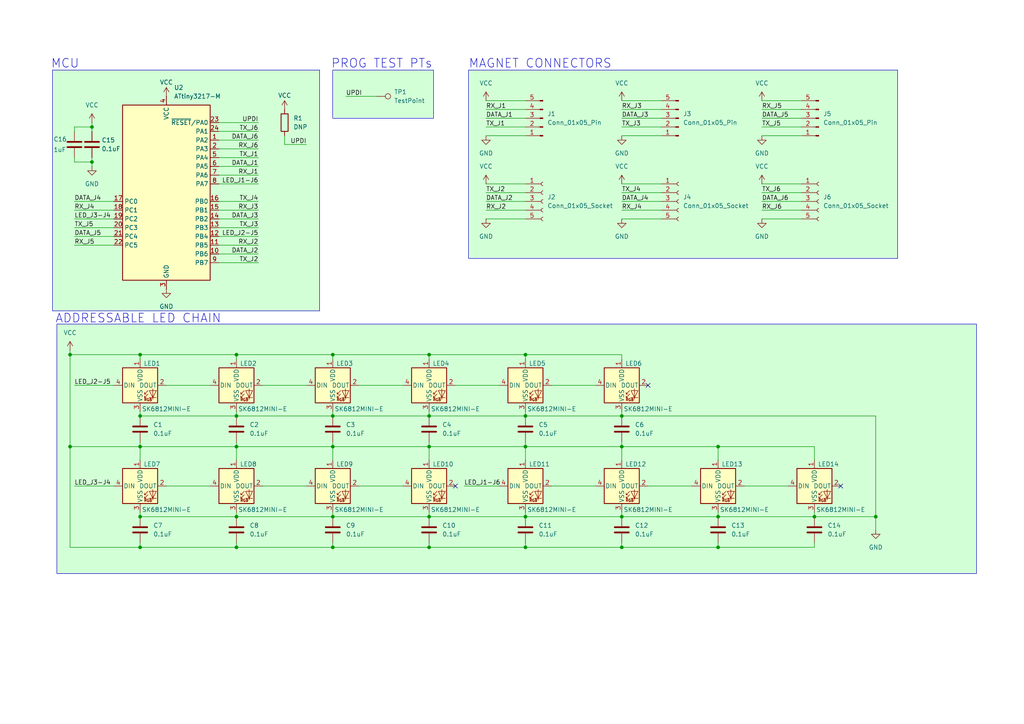
<source format=kicad_sch>
(kicad_sch (version 20231120) (generator "eeschema") (generator_version "8.0")
  (paper "A4")
  (title_block (title "PCB Tile Game") (rev "1.0"))
  (lib_symbols
    (symbol "Connector:Conn_01x05_Pin" (pin_names (offset 1.016) hide)
      (property "Reference" "J" (at 0 7.62 0))
      (property "Value" "Conn_01x05_Pin" (at 0 -7.62 0))
      (symbol "Conn_01x05_Pin_1_1"
        (polyline (pts (xy 1.27 -5.08) (xy 0.8636 -5.08)) (stroke (width 0.1524)))
        (polyline (pts (xy 1.27 -2.54) (xy 0.8636 -2.54)) (stroke (width 0.1524)))
        (polyline (pts (xy 1.27 0) (xy 0.8636 0)) (stroke (width 0.1524)))
        (polyline (pts (xy 1.27 2.54) (xy 0.8636 2.54)) (stroke (width 0.1524)))
        (polyline (pts (xy 1.27 5.08) (xy 0.8636 5.08)) (stroke (width 0.1524)))
        (rectangle (start 0.8636 -4.953) (end 0 -5.207) (stroke (width 0.1524)) (fill (type outline)))
        (rectangle (start 0.8636 -2.413) (end 0 -2.667) (stroke (width 0.1524)) (fill (type outline)))
        (rectangle (start 0.8636 0.127) (end 0 -0.127) (stroke (width 0.1524)) (fill (type outline)))
        (rectangle (start 0.8636 2.667) (end 0 2.413) (stroke (width 0.1524)) (fill (type outline)))
        (rectangle (start 0.8636 5.207) (end 0 4.953) (stroke (width 0.1524)) (fill (type outline)))
        (pin passive line (at 5.08 5.08 180) (length 3.81) (name "Pin_1") (number "1"))
        (pin passive line (at 5.08 2.54 180) (length 3.81) (name "Pin_2") (number "2"))
        (pin passive line (at 5.08 0 180) (length 3.81) (name "Pin_3") (number "3"))
        (pin passive line (at 5.08 -2.54 180) (length 3.81) (name "Pin_4") (number "4"))
        (pin passive line (at 5.08 -5.08 180) (length 3.81) (name "Pin_5") (number "5"))
      )
    )
    (symbol "Connector:Conn_01x05_Socket" (pin_names (offset 1.016) hide)
      (property "Reference" "J" (at 0 7.62 0))
      (property "Value" "Conn_01x05_Socket" (at 0 -7.62 0))
      (symbol "Conn_01x05_Socket_1_1"
        (arc (start 0 -4.572) (mid -0.5058 -5.08) (end 0 -5.588) (stroke (width 0.1524)))
        (arc (start 0 -2.032) (mid -0.5058 -2.54) (end 0 -3.048) (stroke (width 0.1524)))
        (polyline (pts (xy -1.27 -5.08) (xy -0.508 -5.08)) (stroke (width 0.1524)))
        (polyline (pts (xy -1.27 -2.54) (xy -0.508 -2.54)) (stroke (width 0.1524)))
        (polyline (pts (xy -1.27 0) (xy -0.508 0)) (stroke (width 0.1524)))
        (polyline (pts (xy -1.27 2.54) (xy -0.508 2.54)) (stroke (width 0.1524)))
        (polyline (pts (xy -1.27 5.08) (xy -0.508 5.08)) (stroke (width 0.1524)))
        (arc (start 0 0.508) (mid -0.5058 0) (end 0 -0.508) (stroke (width 0.1524)))
        (arc (start 0 3.048) (mid -0.5058 2.54) (end 0 2.032) (stroke (width 0.1524)))
        (arc (start 0 5.588) (mid -0.5058 5.08) (end 0 4.572) (stroke (width 0.1524)))
        (pin passive line (at -5.08 5.08 0) (length 3.81) (name "Pin_1") (number "1"))
        (pin passive line (at -5.08 2.54 0) (length 3.81) (name "Pin_2") (number "2"))
        (pin passive line (at -5.08 0 0) (length 3.81) (name "Pin_3") (number "3"))
        (pin passive line (at -5.08 -2.54 0) (length 3.81) (name "Pin_4") (number "4"))
        (pin passive line (at -5.08 -5.08 0) (length 3.81) (name "Pin_5") (number "5"))
      )
    )
    (symbol "Connector:TestPoint" (pin_numbers hide) (pin_names (offset 0.762) hide)
      (property "Reference" "TP" (at 0 6.858 0))
      (property "Value" "TestPoint" (at 0 5.08 0))
      (symbol "TestPoint_0_1"
        (circle (center 0 3.302) (radius 0.762))
      )
      (symbol "TestPoint_1_1"
        (pin passive line (at 0 0 90) (length 2.54) (name "1") (number "1"))
      )
    )
    (symbol "Device:C" (pin_numbers hide) (pin_names (offset 0.254))
      (property "Reference" "C" (at 0.635 2.54 0))
      (property "Value" "C" (at 0.635 -2.54 0))
      (symbol "C_0_1"
        (polyline (pts (xy -2.032 -0.762) (xy 2.032 -0.762)) (stroke (width 0.508)))
        (polyline (pts (xy -2.032 0.762) (xy 2.032 0.762)) (stroke (width 0.508)))
      )
      (symbol "C_1_1"
        (pin passive line (at 0 3.81 270) (length 2.794) (name "~") (number "1"))
        (pin passive line (at 0 -3.81 90) (length 2.794) (name "~") (number "2"))
      )
    )
    (symbol "Device:R" (pin_numbers hide) (pin_names (offset 0))
      (property "Reference" "R" (at 2.032 0 90))
      (property "Value" "R" (at 0 0 90))
      (symbol "R_0_1"
        (rectangle (start -1.016 -2.54) (end 1.016 2.54) (stroke (width 0.254)))
      )
      (symbol "R_1_1"
        (pin passive line (at 0 3.81 270) (length 1.27) (name "~") (number "1"))
        (pin passive line (at 0 -3.81 90) (length 1.27) (name "~") (number "2"))
      )
    )
    (symbol "MCU_Microchip_ATtiny:ATtiny3217-M"
      (property "Reference" "U" (at -12.7 26.67 0))
      (property "Value" "ATtiny3217-M" (at 2.54 -26.67 0))
      (symbol "ATtiny3217-M_0_1"
        (rectangle (start -12.7 -25.4) (end 12.7 25.4) (stroke (width 0.254)) (fill (type background)))
      )
      (symbol "ATtiny3217-M_1_1"
        (pin bidirectional line (at 15.24 15.24 180) (length 2.54) (name "PA2") (number "1"))
        (pin bidirectional line (at 15.24 -17.78 180) (length 2.54) (name "PB6") (number "10"))
        (pin bidirectional line (at 15.24 -15.24 180) (length 2.54) (name "PB5") (number "11"))
        (pin bidirectional line (at 15.24 -12.7 180) (length 2.54) (name "PB4") (number "12"))
        (pin bidirectional line (at 15.24 -10.16 180) (length 2.54) (name "PB3") (number "13"))
        (pin bidirectional line (at 15.24 -7.62 180) (length 2.54) (name "PB2") (number "14"))
        (pin bidirectional line (at 15.24 -5.08 180) (length 2.54) (name "PB1") (number "15"))
        (pin bidirectional line (at 15.24 -2.54 180) (length 2.54) (name "PB0") (number "16"))
        (pin bidirectional line (at -15.24 -2.54 0) (length 2.54) (name "PC0") (number "17"))
        (pin bidirectional line (at -15.24 -5.08 0) (length 2.54) (name "PC1") (number "18"))
        (pin bidirectional line (at -15.24 -7.62 0) (length 2.54) (name "PC2") (number "19"))
        (pin bidirectional line (at 15.24 12.7 180) (length 2.54) (name "PA3") (number "2"))
        (pin bidirectional line (at -15.24 -10.16 0) (length 2.54) (name "PC3") (number "20"))
        (pin bidirectional line (at -15.24 -12.7 0) (length 2.54) (name "PC4") (number "21"))
        (pin bidirectional line (at -15.24 -15.24 0) (length 2.54) (name "PC5") (number "22"))
        (pin bidirectional line (at 15.24 20.32 180) (length 2.54) (name "~{RESET}/PA0") (number "23"))
        (pin bidirectional line (at 15.24 17.78 180) (length 2.54) (name "PA1") (number "24"))
        (pin passive line (at 0 -27.94 90) (length 2.54) hide (name "GND") (number "25"))
        (pin power_in line (at 0 -27.94 90) (length 2.54) (name "GND") (number "3"))
        (pin power_in line (at 0 27.94 270) (length 2.54) (name "VCC") (number "4"))
        (pin bidirectional line (at 15.24 10.16 180) (length 2.54) (name "PA4") (number "5"))
        (pin bidirectional line (at 15.24 7.62 180) (length 2.54) (name "PA5") (number "6"))
        (pin bidirectional line (at 15.24 5.08 180) (length 2.54) (name "PA6") (number "7"))
        (pin bidirectional line (at 15.24 2.54 180) (length 2.54) (name "PA7") (number "8"))
        (pin bidirectional line (at 15.24 -20.32 180) (length 2.54) (name "PB7") (number "9"))
      )
    )
    (symbol "gupboard40-rescue:SK6812MINI-E-kicad-keyboard-parts" (pin_names (offset 0.254))
      (property "Reference" "D" (at 5.08 5.715 0))
      (property "Value" "kicad-keyboard-parts_SK6812MINI-E" (at 1.27 -5.715 0))
      (symbol "SK6812MINI-E-kicad-keyboard-parts_0_0"
        (text "RGB" (at 2.286 -4.191 0) (effects (font (size 0.762 0.762))))
      )
      (symbol "SK6812MINI-E-kicad-keyboard-parts_0_1"
        (polyline (pts (xy 1.27 -3.556) (xy 1.778 -3.556)))
        (polyline (pts (xy 1.27 -2.54) (xy 1.778 -2.54)))
        (polyline (pts (xy 4.699 -3.556) (xy 2.667 -3.556)))
        (polyline (pts (xy 2.286 -2.54) (xy 1.27 -3.556) (xy 1.27 -3.048)))
        (polyline (pts (xy 2.286 -1.524) (xy 1.27 -2.54) (xy 1.27 -2.032)))
        (polyline (pts (xy 3.683 -1.016) (xy 3.683 -3.556) (xy 3.683 -4.064)))
        (polyline (pts (xy 4.699 -1.524) (xy 2.667 -1.524) (xy 3.683 -3.556) (xy 4.699 -1.524)))
        (rectangle (start 5.08 5.08) (end -5.08 -5.08) (stroke (width 0.254)) (fill (type background)))
      )
      (symbol "SK6812MINI-E-kicad-keyboard-parts_1_1"
        (pin power_in line (at 0 7.62 270) (length 2.54) (name "VDD") (number "1"))
        (pin output line (at 7.62 0 180) (length 2.54) (name "DOUT") (number "2"))
        (pin power_in line (at 0 -7.62 90) (length 2.54) (name "VSS") (number "3"))
        (pin input line (at -7.62 0 0) (length 2.54) (name "DIN") (number "4"))
      )
    )
    (symbol "power:GND" (power) (pin_numbers hide) (pin_names (offset 0) hide)
      (property "Value" "GND" (at 0 -3.81 0))
      (symbol "GND_0_1"
        (polyline (pts (xy 0 0) (xy 0 -1.27) (xy 1.27 -1.27) (xy 0 -2.54) (xy -1.27 -1.27) (xy 0 -1.27)))
      )
      (symbol "GND_1_1"
        (pin power_in line (at 0 0 270) (length 0) (name "~") (number "1"))
      )
    )
    (symbol "power:VCC" (power) (pin_numbers hide) (pin_names (offset 0) hide)
      (property "Value" "VCC" (at 0 3.556 0))
      (symbol "VCC_0_1"
        (polyline (pts (xy -0.762 1.27) (xy 0 2.54)))
        (polyline (pts (xy 0 0) (xy 0 2.54)))
        (polyline (pts (xy 0 2.54) (xy 0.762 1.27)))
      )
      (symbol "VCC_1_1"
        (pin power_in line (at 0 0 90) (length 0) (name "~") (number "1"))
      )
    )
  )
  (junction (at 124.46 102.87))
  (junction (at 40.64 102.87))
  (junction (at 152.4 158.75))
  (junction (at 152.4 102.87))
  (junction (at 152.4 120.65))
  (junction (at 26.67 46.99))
  (junction (at 68.58 129.54))
  (junction (at 96.52 158.75))
  (junction (at 68.58 158.75))
  (junction (at 180.34 149.86))
  (junction (at 208.28 158.75))
  (junction (at 96.52 149.86))
  (junction (at 40.64 149.86))
  (junction (at 124.46 129.54))
  (junction (at 124.46 158.75))
  (junction (at 68.58 102.87))
  (junction (at 96.52 102.87))
  (junction (at 20.32 129.54))
  (junction (at 40.64 129.54))
  (junction (at 68.58 149.86))
  (junction (at 236.22 149.86))
  (junction (at 40.64 120.65))
  (junction (at 124.46 120.65))
  (junction (at 20.32 102.87))
  (junction (at 96.52 120.65))
  (junction (at 96.52 129.54))
  (junction (at 180.34 120.65))
  (junction (at 180.34 129.54))
  (junction (at 208.28 129.54))
  (junction (at 124.46 149.86))
  (junction (at 254 149.86))
  (junction (at 26.67 36.83))
  (junction (at 152.4 149.86))
  (junction (at 68.58 120.65))
  (junction (at 208.28 149.86))
  (junction (at 40.64 158.75))
  (junction (at 152.4 129.54))
  (junction (at 180.34 158.75))
  (no_connect (at 187.96 111.76))
  (no_connect (at 243.84 140.97))
  (no_connect (at 132.08 140.97))
  (wire (pts (xy 208.28 129.54) (xy 208.28 133.35)))
  (wire (pts (xy 40.64 129.54) (xy 68.58 129.54)))
  (wire (pts (xy 40.64 102.87) (xy 68.58 102.87)))
  (wire (pts (xy 180.34 34.29) (xy 191.77 34.29)))
  (wire (pts (xy 26.67 48.26) (xy 26.67 46.99)))
  (wire (pts (xy 68.58 119.38) (xy 68.58 120.65)))
  (wire (pts (xy 63.5 63.5) (xy 74.93 63.5)))
  (wire (pts (xy 63.5 40.64) (xy 74.93 40.64)))
  (wire (pts (xy 236.22 148.59) (xy 236.22 149.86)))
  (wire (pts (xy 140.97 36.83) (xy 152.4 36.83)))
  (wire (pts (xy 124.46 119.38) (xy 124.46 120.65)))
  (wire (pts (xy 180.34 102.87) (xy 180.34 104.14)))
  (wire (pts (xy 152.4 158.75) (xy 180.34 158.75)))
  (wire (pts (xy 21.59 66.04) (xy 33.02 66.04)))
  (wire (pts (xy 124.46 102.87) (xy 152.4 102.87)))
  (wire (pts (xy 40.64 120.65) (xy 68.58 120.65)))
  (wire (pts (xy 208.28 148.59) (xy 208.28 149.86)))
  (wire (pts (xy 20.32 102.87) (xy 40.64 102.87)))
  (wire (pts (xy 63.5 53.34) (xy 74.93 53.34)))
  (wire (pts (xy 21.59 63.5) (xy 33.02 63.5)))
  (wire (pts (xy 124.46 128.27) (xy 124.46 129.54)))
  (wire (pts (xy 20.32 158.75) (xy 20.32 129.54)))
  (wire (pts (xy 63.5 58.42) (xy 74.93 58.42)))
  (wire (pts (xy 68.58 129.54) (xy 96.52 129.54)))
  (wire (pts (xy 40.64 120.65) (xy 40.64 119.38)))
  (wire (pts (xy 63.5 43.18) (xy 74.93 43.18)))
  (wire (pts (xy 63.5 60.96) (xy 74.93 60.96)))
  (wire (pts (xy 21.59 36.83) (xy 21.59 38.1)))
  (wire (pts (xy 96.52 129.54) (xy 124.46 129.54)))
  (wire (pts (xy 140.97 53.34) (xy 152.4 53.34)))
  (wire (pts (xy 40.64 148.59) (xy 40.64 149.86)))
  (wire (pts (xy 63.5 48.26) (xy 74.93 48.26)))
  (wire (pts (xy 40.64 129.54) (xy 40.64 133.35)))
  (wire (pts (xy 124.46 129.54) (xy 152.4 129.54)))
  (wire (pts (xy 63.5 45.72) (xy 74.93 45.72)))
  (wire (pts (xy 180.34 120.65) (xy 254 120.65)))
  (wire (pts (xy 152.4 149.86) (xy 180.34 149.86)))
  (wire (pts (xy 236.22 158.75) (xy 236.22 157.48)))
  (wire (pts (xy 96.52 158.75) (xy 124.46 158.75)))
  (wire (pts (xy 152.4 120.65) (xy 180.34 120.65)))
  (wire (pts (xy 63.5 73.66) (xy 74.93 73.66)))
  (wire (pts (xy 21.59 60.96) (xy 33.02 60.96)))
  (wire (pts (xy 96.52 120.65) (xy 124.46 120.65)))
  (wire (pts (xy 208.28 149.86) (xy 236.22 149.86)))
  (wire (pts (xy 124.46 148.59) (xy 124.46 149.86)))
  (wire (pts (xy 220.98 34.29) (xy 232.41 34.29)))
  (wire (pts (xy 140.97 31.75) (xy 152.4 31.75)))
  (wire (pts (xy 140.97 55.88) (xy 152.4 55.88)))
  (wire (pts (xy 40.64 158.75) (xy 68.58 158.75)))
  (wire (pts (xy 124.46 129.54) (xy 124.46 133.35)))
  (wire (pts (xy 180.34 36.83) (xy 191.77 36.83)))
  (wire (pts (xy 21.59 71.12) (xy 33.02 71.12)))
  (wire (pts (xy 21.59 36.83) (xy 26.67 36.83)))
  (wire (pts (xy 96.52 102.87) (xy 96.52 104.14)))
  (wire (pts (xy 76.2 140.97) (xy 88.9 140.97)))
  (wire (pts (xy 160.02 111.76) (xy 172.72 111.76)))
  (wire (pts (xy 26.67 46.99) (xy 21.59 46.99)))
  (wire (pts (xy 100.33 27.94) (xy 109.22 27.94)))
  (wire (pts (xy 180.34 129.54) (xy 180.34 128.27)))
  (wire (pts (xy 124.46 120.65) (xy 152.4 120.65)))
  (wire (pts (xy 180.34 149.86) (xy 208.28 149.86)))
  (wire (pts (xy 124.46 149.86) (xy 152.4 149.86)))
  (wire (pts (xy 40.64 129.54) (xy 20.32 129.54)))
  (wire (pts (xy 26.67 46.99) (xy 26.67 45.72)))
  (wire (pts (xy 63.5 76.2) (xy 74.93 76.2)))
  (wire (pts (xy 220.98 31.75) (xy 232.41 31.75)))
  (wire (pts (xy 68.58 102.87) (xy 68.58 104.14)))
  (wire (pts (xy 68.58 102.87) (xy 96.52 102.87)))
  (wire (pts (xy 160.02 140.97) (xy 172.72 140.97)))
  (wire (pts (xy 124.46 102.87) (xy 124.46 104.14)))
  (wire (pts (xy 21.59 111.76) (xy 33.02 111.76)))
  (wire (pts (xy 152.4 129.54) (xy 180.34 129.54)))
  (wire (pts (xy 220.98 29.21) (xy 232.41 29.21)))
  (wire (pts (xy 104.14 111.76) (xy 116.84 111.76)))
  (wire (pts (xy 21.59 68.58) (xy 33.02 68.58)))
  (wire (pts (xy 68.58 120.65) (xy 96.52 120.65)))
  (wire (pts (xy 134.62 140.97) (xy 144.78 140.97)))
  (wire (pts (xy 68.58 158.75) (xy 68.58 157.48)))
  (wire (pts (xy 40.64 158.75) (xy 40.64 157.48)))
  (wire (pts (xy 96.52 158.75) (xy 96.52 157.48)))
  (wire (pts (xy 208.28 129.54) (xy 236.22 129.54)))
  (wire (pts (xy 76.2 111.76) (xy 88.9 111.76)))
  (wire (pts (xy 140.97 39.37) (xy 152.4 39.37)))
  (wire (pts (xy 48.26 140.97) (xy 60.96 140.97)))
  (wire (pts (xy 140.97 58.42) (xy 152.4 58.42)))
  (wire (pts (xy 21.59 58.42) (xy 33.02 58.42)))
  (wire (pts (xy 180.34 158.75) (xy 208.28 158.75)))
  (wire (pts (xy 180.34 119.38) (xy 180.34 120.65)))
  (wire (pts (xy 96.52 148.59) (xy 96.52 149.86)))
  (wire (pts (xy 20.32 102.87) (xy 20.32 129.54)))
  (wire (pts (xy 180.34 60.96) (xy 191.77 60.96)))
  (wire (pts (xy 254 120.65) (xy 254 149.86)))
  (wire (pts (xy 180.34 63.5) (xy 191.77 63.5)))
  (wire (pts (xy 180.34 129.54) (xy 208.28 129.54)))
  (wire (pts (xy 140.97 60.96) (xy 152.4 60.96)))
  (wire (pts (xy 96.52 129.54) (xy 96.52 133.35)))
  (wire (pts (xy 180.34 39.37) (xy 191.77 39.37)))
  (wire (pts (xy 20.32 102.87) (xy 20.32 101.6)))
  (wire (pts (xy 96.52 128.27) (xy 96.52 129.54)))
  (wire (pts (xy 152.4 158.75) (xy 152.4 157.48)))
  (wire (pts (xy 220.98 63.5) (xy 232.41 63.5)))
  (wire (pts (xy 180.34 53.34) (xy 191.77 53.34)))
  (wire (pts (xy 40.64 158.75) (xy 20.32 158.75)))
  (wire (pts (xy 63.5 68.58) (xy 74.93 68.58)))
  (wire (pts (xy 48.26 111.76) (xy 60.96 111.76)))
  (wire (pts (xy 124.46 158.75) (xy 152.4 158.75)))
  (wire (pts (xy 140.97 34.29) (xy 152.4 34.29)))
  (wire (pts (xy 63.5 71.12) (xy 74.93 71.12)))
  (wire (pts (xy 124.46 158.75) (xy 124.46 157.48)))
  (wire (pts (xy 40.64 128.27) (xy 40.64 129.54)))
  (wire (pts (xy 68.58 149.86) (xy 96.52 149.86)))
  (wire (pts (xy 68.58 128.27) (xy 68.58 129.54)))
  (wire (pts (xy 220.98 36.83) (xy 232.41 36.83)))
  (wire (pts (xy 220.98 53.34) (xy 232.41 53.34)))
  (wire (pts (xy 180.34 31.75) (xy 191.77 31.75)))
  (wire (pts (xy 220.98 60.96) (xy 232.41 60.96)))
  (wire (pts (xy 96.52 149.86) (xy 124.46 149.86)))
  (wire (pts (xy 180.34 129.54) (xy 180.34 133.35)))
  (wire (pts (xy 220.98 39.37) (xy 232.41 39.37)))
  (wire (pts (xy 152.4 148.59) (xy 152.4 149.86)))
  (wire (pts (xy 68.58 129.54) (xy 68.58 133.35)))
  (wire (pts (xy 215.9 140.97) (xy 228.6 140.97)))
  (wire (pts (xy 180.34 148.59) (xy 180.34 149.86)))
  (wire (pts (xy 220.98 58.42) (xy 232.41 58.42)))
  (wire (pts (xy 63.5 35.56) (xy 74.93 35.56)))
  (wire (pts (xy 96.52 102.87) (xy 124.46 102.87)))
  (wire (pts (xy 63.5 66.04) (xy 74.93 66.04)))
  (wire (pts (xy 187.96 140.97) (xy 200.66 140.97)))
  (wire (pts (xy 152.4 119.38) (xy 152.4 120.65)))
  (wire (pts (xy 236.22 149.86) (xy 254 149.86)))
  (wire (pts (xy 152.4 129.54) (xy 152.4 128.27)))
  (wire (pts (xy 40.64 102.87) (xy 40.64 104.14)))
  (wire (pts (xy 236.22 133.35) (xy 236.22 129.54)))
  (wire (pts (xy 152.4 129.54) (xy 152.4 133.35)))
  (wire (pts (xy 26.67 35.56) (xy 26.67 36.83)))
  (wire (pts (xy 68.58 148.59) (xy 68.58 149.86)))
  (wire (pts (xy 96.52 119.38) (xy 96.52 120.65)))
  (wire (pts (xy 180.34 55.88) (xy 191.77 55.88)))
  (wire (pts (xy 63.5 50.8) (xy 74.93 50.8)))
  (wire (pts (xy 180.34 58.42) (xy 191.77 58.42)))
  (wire (pts (xy 74.93 38.1) (xy 63.5 38.1)))
  (wire (pts (xy 40.64 149.86) (xy 68.58 149.86)))
  (wire (pts (xy 21.59 140.97) (xy 33.02 140.97)))
  (wire (pts (xy 208.28 158.75) (xy 236.22 158.75)))
  (wire (pts (xy 82.55 41.91) (xy 82.55 39.37)))
  (wire (pts (xy 220.98 55.88) (xy 232.41 55.88)))
  (wire (pts (xy 68.58 158.75) (xy 96.52 158.75)))
  (wire (pts (xy 88.9 41.91) (xy 82.55 41.91)))
  (wire (pts (xy 180.34 29.21) (xy 191.77 29.21)))
  (wire (pts (xy 152.4 102.87) (xy 180.34 102.87)))
  (wire (pts (xy 21.59 46.99) (xy 21.59 45.72)))
  (wire (pts (xy 26.67 36.83) (xy 26.67 38.1)))
  (wire (pts (xy 132.08 111.76) (xy 144.78 111.76)))
  (wire (pts (xy 104.14 140.97) (xy 116.84 140.97)))
  (wire (pts (xy 180.34 158.75) (xy 180.34 157.48)))
  (wire (pts (xy 254 149.86) (xy 254 153.67)))
  (wire (pts (xy 140.97 63.5) (xy 152.4 63.5)))
  (wire (pts (xy 152.4 102.87) (xy 152.4 104.14)))
  (wire (pts (xy 208.28 158.75) (xy 208.28 157.48)))
  (wire (pts (xy 140.97 29.21) (xy 152.4 29.21)))
  (rectangle (start 16.51 93.98) (end 283.21 166.37) (fill (type color) (color 211 255 215 1)))
  (rectangle (start 15.24 20.32) (end 92.71 90.17) (fill (type color) (color 211 255 215 1)))
  (rectangle (start 135.89 20.32) (end 260.35 74.93) (fill (type color) (color 211 255 215 1)))
  (rectangle (start 96.52 20.32) (end 125.73 34.29) (fill (type color) (color 211 255 215 1)))
  (text "PROG TEST PTs" (at 96.012 18.542 0) (effects (font (size 2.54 2.54)) (justify left)))
  (text "MCU" (at 14.732 18.542 0) (effects (font (size 2.54 2.54)) (justify left)))
  (text "ADDRESSABLE LED CHAIN" (at 16.002 92.456 0) (effects (font (size 2.54 2.54)) (justify left)))
  (text "MAGNET CONNECTORS" (at 135.89 18.542 0) (effects (font (size 2.54 2.54)) (justify left)))
  (label "RX_J1" (at 140.97 31.75 0))
  (label "TX_J5" (at 21.59 66.04 0))
  (label "RX_J3" (at 74.93 60.96 180))
  (label "DATA_J4" (at 21.59 58.42 0))
  (label "TX_J1" (at 74.93 45.72 180))
  (label "UPDI" (at 74.93 35.56 180))
  (label "RX_J6" (at 74.93 43.18 180))
  (label "DATA_J5" (at 220.98 34.29 0))
  (label "LED_J3-J4" (at 21.59 140.97 0))
  (label "TX_J6" (at 74.93 38.1 180))
  (label "DATA_J5" (at 21.59 68.58 0))
  (label "RX_J6" (at 220.98 60.96 0))
  (label "RX_J5" (at 21.59 71.12 0))
  (label "DATA_J1" (at 74.93 48.26 180))
  (label "LED_J1-J6" (at 74.93 53.34 180))
  (label "DATA_J2" (at 74.93 73.66 180))
  (label "UPDI" (at 88.9 41.91 180))
  (label "DATA_J3" (at 180.34 34.29 0))
  (label "DATA_J4" (at 180.34 58.42 0))
  (label "RX_J4" (at 21.59 60.96 0))
  (label "DATA_J1" (at 140.97 34.29 0))
  (label "RX_J2" (at 140.97 60.96 0))
  (label "LED_J1-J6" (at 134.62 140.97 0))
  (label "DATA_J2" (at 140.97 58.42 0))
  (label "LED_J3-J4" (at 21.59 63.5 0))
  (label "RX_J4" (at 180.34 60.96 0))
  (label "DATA_J6" (at 220.98 58.42 0))
  (label "RX_J2" (at 74.93 71.12 180))
  (label "LED_J2-J5" (at 21.59 111.76 0))
  (label "TX_J1" (at 140.97 36.83 0))
  (label "TX_J4" (at 180.34 55.88 0))
  (label "TX_J3" (at 180.34 36.83 0))
  (label "RX_J3" (at 180.34 31.75 0))
  (label "TX_J2" (at 140.97 55.88 0))
  (label "RX_J1" (at 74.93 50.8 180))
  (label "LED_J2-J5" (at 74.93 68.58 180))
  (label "TX_J2" (at 74.93 76.2 180))
  (label "TX_J6" (at 220.98 55.88 0))
  (label "TX_J3" (at 74.93 66.04 180))
  (label "UPDI" (at 100.33 27.94 0))
  (label "DATA_J3" (at 74.93 63.5 180))
  (label "TX_J5" (at 220.98 36.83 0))
  (label "TX_J4" (at 74.93 58.42 180))
  (label "RX_J5" (at 220.98 31.75 0))
  (label "DATA_J6" (at 74.93 40.64 180))
  (symbol (lib_id "Connector:TestPoint") (at 109.22 27.94 270) (unit 1)
    (property "Reference" "TP1" (at 114.3 26.6699 90) (effects (justify left)))
    (property "Value" "TestPoint" (at 114.3 29.2099 90) (effects (justify left)))
    (property "Footprint" "TestPoint:TestPoint_Pad_2.0x2.0mm" (effects (hide yes)))
    (property "Description" "test point" (effects (hide yes)))
  )
  (symbol (lib_id "power:GND") (at 140.97 63.5 0) (unit 1)
    (property "Reference" "#PWR04" (effects (hide yes)))
    (property "Value" "GND" (at 140.97 68.58 0))
    (property "Description" "Power symbol creates a global label with name \"GND\" , ground" (effects (hide yes)))
  )
  (symbol (lib_id "power:VCC") (at 26.67 35.56 0) (unit 1)
    (property "Reference" "#PWR015" (effects (hide yes)))
    (property "Value" "VCC" (at 26.67 30.48 0))
    (property "Description" "Power symbol creates a global label with name \"VCC\"" (effects (hide yes)))
  )
  (symbol (lib_id "power:GND") (at 140.97 39.37 0) (unit 1)
    (property "Reference" "#PWR02" (effects (hide yes)))
    (property "Value" "GND" (at 140.97 44.45 0))
    (property "Description" "Power symbol creates a global label with name \"GND\" , ground" (effects (hide yes)))
  )
  (symbol (lib_id "gupboard40-rescue:SK6812MINI-E-kicad-keyboard-parts") (at 40.64 140.97 0) (unit 1)
    (property "Reference" "LED7" (at 41.656 134.62 0) (effects (justify left)))
    (property "Value" "SK6812MINI-E" (at 41.148 147.828 0) (effects (justify left)))
    (property "Footprint" "kicad-keyboard-parts:SK6812MINI-E" (effects (hide yes)))
    (property "Datasheet" "https://cdn-shop.adafruit.com/product-files/2686/SK6812MINI_REV.01-1-2.pdf" (effects (hide yes)))
    (property "DigiKey Part Number" "1528-4960-ND" (effects (hide yes)))
  )
  (symbol (lib_id "power:VCC") (at 220.98 29.21 0) (unit 1)
    (property "Reference" "#PWR09" (effects (hide yes)))
    (property "Value" "VCC" (at 220.98 24.13 0))
    (property "Description" "Power symbol creates a global label with name \"VCC\"" (effects (hide yes)))
  )
  (symbol (lib_id "Device:C") (at 40.64 124.46 0) (unit 1)
    (property "Reference" "C1" (at 44.45 123.1899 0) (effects (justify left)))
    (property "Value" "0.1uF" (at 44.45 125.7299 0) (effects (justify left)))
    (property "Footprint" "Capacitor_SMD:C_0603_1608Metric_Pad1.08x0.95mm_HandSolder" (effects (hide yes)))
    (property "Description" "Unpolarized capacitor" (effects (hide yes)))
  )
  (symbol (lib_id "power:VCC") (at 180.34 29.21 0) (unit 1)
    (property "Reference" "#PWR05" (effects (hide yes)))
    (property "Value" "VCC" (at 180.34 24.13 0))
    (property "Description" "Power symbol creates a global label with name \"VCC\"" (effects (hide yes)))
  )
  (symbol (lib_id "Device:C") (at 124.46 153.67 0) (unit 1)
    (property "Reference" "C10" (at 128.27 152.3999 0) (effects (justify left)))
    (property "Value" "0.1uF" (at 128.27 154.9399 0) (effects (justify left)))
    (property "Footprint" "Capacitor_SMD:C_0603_1608Metric_Pad1.08x0.95mm_HandSolder" (effects (hide yes)))
    (property "Description" "Unpolarized capacitor" (effects (hide yes)))
  )
  (symbol (lib_id "power:GND") (at 180.34 63.5 0) (unit 1)
    (property "Reference" "#PWR08" (effects (hide yes)))
    (property "Value" "GND" (at 180.34 68.58 0))
    (property "Description" "Power symbol creates a global label with name \"GND\" , ground" (effects (hide yes)))
  )
  (symbol (lib_id "Device:C") (at 40.64 153.67 0) (unit 1)
    (property "Reference" "C7" (at 44.45 152.3999 0) (effects (justify left)))
    (property "Value" "0.1uF" (at 44.45 154.9399 0) (effects (justify left)))
    (property "Footprint" "Capacitor_SMD:C_0603_1608Metric_Pad1.08x0.95mm_HandSolder" (effects (hide yes)))
    (property "Description" "Unpolarized capacitor" (effects (hide yes)))
  )
  (symbol (lib_id "Connector:Conn_01x05_Socket") (at 157.48 58.42 0) (unit 1)
    (property "Reference" "J2" (at 158.75 57.1499 0) (effects (justify left)))
    (property "Value" "Conn_01x05_Socket" (at 158.75 59.6899 0) (effects (justify left)))
    (property "Footprint" "ProjectLibrary:PinSocket_1x05_P2.54mm_Vertical" (effects (hide yes)))
    (property "Description" "Generic connector, single row, 01x05, script generated" (effects (hide yes)))
  )
  (symbol (lib_id "gupboard40-rescue:SK6812MINI-E-kicad-keyboard-parts") (at 96.52 111.76 0) (unit 1)
    (property "Reference" "LED3" (at 97.536 105.41 0) (effects (justify left)))
    (property "Value" "SK6812MINI-E" (at 97.028 118.618 0) (effects (justify left)))
    (property "Footprint" "kicad-keyboard-parts:SK6812MINI-E" (effects (hide yes)))
    (property "Datasheet" "https://cdn-shop.adafruit.com/product-files/2686/SK6812MINI_REV.01-1-2.pdf" (effects (hide yes)))
    (property "DigiKey Part Number" "1528-4960-ND" (effects (hide yes)))
  )
  (symbol (lib_id "Device:C") (at 21.59 41.91 0) (unit 1)
    (property "Reference" "C16" (at 15.494 40.386 0) (effects (justify left)))
    (property "Value" "1uF" (at 15.494 43.434 0) (effects (justify left)))
    (property "Footprint" "Capacitor_SMD:C_0603_1608Metric_Pad1.08x0.95mm_HandSolder" (effects (hide yes)))
    (property "Description" "Unpolarized capacitor" (effects (hide yes)))
  )
  (symbol (lib_id "gupboard40-rescue:SK6812MINI-E-kicad-keyboard-parts") (at 68.58 111.76 0) (unit 1)
    (property "Reference" "LED2" (at 69.596 105.41 0) (effects (justify left)))
    (property "Value" "SK6812MINI-E" (at 69.088 118.618 0) (effects (justify left)))
    (property "Footprint" "kicad-keyboard-parts:SK6812MINI-E" (effects (hide yes)))
    (property "Datasheet" "https://cdn-shop.adafruit.com/product-files/2686/SK6812MINI_REV.01-1-2.pdf" (effects (hide yes)))
    (property "DigiKey Part Number" "1528-4960-ND" (effects (hide yes)))
  )
  (symbol (lib_id "gupboard40-rescue:SK6812MINI-E-kicad-keyboard-parts") (at 180.34 111.76 0) (unit 1)
    (property "Reference" "LED6" (at 181.356 105.41 0) (effects (justify left)))
    (property "Value" "SK6812MINI-E" (at 180.848 118.618 0) (effects (justify left)))
    (property "Footprint" "kicad-keyboard-parts:SK6812MINI-E" (effects (hide yes)))
    (property "Datasheet" "https://cdn-shop.adafruit.com/product-files/2686/SK6812MINI_REV.01-1-2.pdf" (effects (hide yes)))
    (property "DigiKey Part Number" "1528-4960-ND" (effects (hide yes)))
  )
  (symbol (lib_id "power:GND") (at 254 153.67 0) (unit 1)
    (property "Reference" "#PWR019" (effects (hide yes)))
    (property "Value" "GND" (at 254 158.75 0))
    (property "Description" "Power symbol creates a global label with name \"GND\" , ground" (effects (hide yes)))
  )
  (symbol (lib_id "power:GND") (at 220.98 63.5 0) (unit 1)
    (property "Reference" "#PWR012" (effects (hide yes)))
    (property "Value" "GND" (at 220.98 68.58 0))
    (property "Description" "Power symbol creates a global label with name \"GND\" , ground" (effects (hide yes)))
  )
  (symbol (lib_id "gupboard40-rescue:SK6812MINI-E-kicad-keyboard-parts") (at 40.64 111.76 0) (unit 1)
    (property "Reference" "LED1" (at 41.656 105.41 0) (effects (justify left)))
    (property "Value" "SK6812MINI-E" (at 41.148 118.618 0) (effects (justify left)))
    (property "Footprint" "kicad-keyboard-parts:SK6812MINI-E" (effects (hide yes)))
    (property "Datasheet" "https://cdn-shop.adafruit.com/product-files/2686/SK6812MINI_REV.01-1-2.pdf" (effects (hide yes)))
    (property "DigiKey Part Number" "1528-4960-ND" (effects (hide yes)))
  )
  (symbol (lib_id "power:VCC") (at 48.26 27.94 0) (unit 1)
    (property "Reference" "#PWR013" (effects (hide yes)))
    (property "Value" "VCC" (at 48.26 23.876 0))
    (property "Description" "Power symbol creates a global label with name \"VCC\"" (effects (hide yes)))
  )
  (symbol (lib_id "power:VCC") (at 20.32 101.6 0) (unit 1)
    (property "Reference" "#PWR020" (effects (hide yes)))
    (property "Value" "VCC" (at 20.32 96.52 0))
    (property "Description" "Power symbol creates a global label with name \"VCC\"" (effects (hide yes)))
  )
  (symbol (lib_id "Device:C") (at 152.4 124.46 0) (unit 1)
    (property "Reference" "C5" (at 156.21 123.1899 0) (effects (justify left)))
    (property "Value" "0.1uF" (at 156.21 125.7299 0) (effects (justify left)))
    (property "Footprint" "Capacitor_SMD:C_0603_1608Metric_Pad1.08x0.95mm_HandSolder" (effects (hide yes)))
    (property "Description" "Unpolarized capacitor" (effects (hide yes)))
  )
  (symbol (lib_id "Device:C") (at 96.52 153.67 0) (unit 1)
    (property "Reference" "C9" (at 100.33 152.3999 0) (effects (justify left)))
    (property "Value" "0.1uF" (at 100.33 154.9399 0) (effects (justify left)))
    (property "Footprint" "Capacitor_SMD:C_0603_1608Metric_Pad1.08x0.95mm_HandSolder" (effects (hide yes)))
    (property "Description" "Unpolarized capacitor" (effects (hide yes)))
  )
  (symbol (lib_id "Connector:Conn_01x05_Pin") (at 237.49 34.29 180) (unit 1)
    (property "Reference" "J5" (at 238.76 33.0199 0) (effects (justify right)))
    (property "Value" "Conn_01x05_Pin" (at 238.76 35.5599 0) (effects (justify right)))
    (property "Footprint" "ProjectLibrary:PinHeader_1x05_P2.54mm_Vertical" (effects (hide yes)))
    (property "Description" "Generic connector, single row, 01x05, script generated" (effects (hide yes)))
  )
  (symbol (lib_id "gupboard40-rescue:SK6812MINI-E-kicad-keyboard-parts") (at 236.22 140.97 0) (unit 1)
    (property "Reference" "LED14" (at 237.236 134.62 0) (effects (justify left)))
    (property "Value" "SK6812MINI-E" (at 236.728 147.828 0) (effects (justify left)))
    (property "Footprint" "kicad-keyboard-parts:SK6812MINI-E" (effects (hide yes)))
    (property "Datasheet" "https://cdn-shop.adafruit.com/product-files/2686/SK6812MINI_REV.01-1-2.pdf" (effects (hide yes)))
    (property "DigiKey Part Number" "1528-4960-ND" (effects (hide yes)))
  )
  (symbol (lib_id "gupboard40-rescue:SK6812MINI-E-kicad-keyboard-parts") (at 180.34 140.97 0) (unit 1)
    (property "Reference" "LED12" (at 181.356 134.62 0) (effects (justify left)))
    (property "Value" "SK6812MINI-E" (at 180.848 147.828 0) (effects (justify left)))
    (property "Footprint" "kicad-keyboard-parts:SK6812MINI-E" (effects (hide yes)))
    (property "Datasheet" "https://cdn-shop.adafruit.com/product-files/2686/SK6812MINI_REV.01-1-2.pdf" (effects (hide yes)))
    (property "DigiKey Part Number" "1528-4960-ND" (effects (hide yes)))
  )
  (symbol (lib_id "power:GND") (at 220.98 39.37 0) (unit 1)
    (property "Reference" "#PWR010" (effects (hide yes)))
    (property "Value" "GND" (at 220.98 44.45 0))
    (property "Description" "Power symbol creates a global label with name \"GND\" , ground" (effects (hide yes)))
  )
  (symbol (lib_id "power:GND") (at 48.26 83.82 0) (unit 1)
    (property "Reference" "#PWR014" (effects (hide yes)))
    (property "Value" "GND" (at 48.26 88.9 0))
    (property "Description" "Power symbol creates a global label with name \"GND\" , ground" (effects (hide yes)))
  )
  (symbol (lib_id "Device:C") (at 208.28 153.67 0) (unit 1)
    (property "Reference" "C13" (at 212.09 152.3999 0) (effects (justify left)))
    (property "Value" "0.1uF" (at 212.09 154.9399 0) (effects (justify left)))
    (property "Footprint" "Capacitor_SMD:C_0603_1608Metric_Pad1.08x0.95mm_HandSolder" (effects (hide yes)))
    (property "Description" "Unpolarized capacitor" (effects (hide yes)))
  )
  (symbol (lib_id "Connector:Conn_01x05_Socket") (at 196.85 58.42 0) (unit 1)
    (property "Reference" "J4" (at 198.12 57.1499 0) (effects (justify left)))
    (property "Value" "Conn_01x05_Socket" (at 198.12 59.6899 0) (effects (justify left)))
    (property "Footprint" "ProjectLibrary:PinSocket_1x05_P2.54mm_Vertical" (effects (hide yes)))
    (property "Description" "Generic connector, single row, 01x05, script generated" (effects (hide yes)))
  )
  (symbol (lib_id "Device:C") (at 96.52 124.46 0) (unit 1)
    (property "Reference" "C3" (at 100.33 123.1899 0) (effects (justify left)))
    (property "Value" "0.1uF" (at 100.33 125.7299 0) (effects (justify left)))
    (property "Footprint" "Capacitor_SMD:C_0603_1608Metric_Pad1.08x0.95mm_HandSolder" (effects (hide yes)))
    (property "Description" "Unpolarized capacitor" (effects (hide yes)))
  )
  (symbol (lib_id "power:VCC") (at 220.98 53.34 0) (unit 1)
    (property "Reference" "#PWR011" (effects (hide yes)))
    (property "Value" "VCC" (at 220.98 48.26 0))
    (property "Description" "Power symbol creates a global label with name \"VCC\"" (effects (hide yes)))
  )
  (symbol (lib_id "Connector:Conn_01x05_Socket") (at 237.49 58.42 0) (unit 1)
    (property "Reference" "J6" (at 238.76 57.1499 0) (effects (justify left)))
    (property "Value" "Conn_01x05_Socket" (at 238.76 59.6899 0) (effects (justify left)))
    (property "Footprint" "ProjectLibrary:PinSocket_1x05_P2.54mm_Vertical" (effects (hide yes)))
    (property "Description" "Generic connector, single row, 01x05, script generated" (effects (hide yes)))
  )
  (symbol (lib_id "power:VCC") (at 140.97 53.34 0) (unit 1)
    (property "Reference" "#PWR03" (effects (hide yes)))
    (property "Value" "VCC" (at 140.97 48.26 0))
    (property "Description" "Power symbol creates a global label with name \"VCC\"" (effects (hide yes)))
  )
  (symbol (lib_id "gupboard40-rescue:SK6812MINI-E-kicad-keyboard-parts") (at 152.4 140.97 0) (unit 1)
    (property "Reference" "LED11" (at 153.416 134.62 0) (effects (justify left)))
    (property "Value" "SK6812MINI-E" (at 152.908 147.828 0) (effects (justify left)))
    (property "Footprint" "kicad-keyboard-parts:SK6812MINI-E" (effects (hide yes)))
    (property "Datasheet" "https://cdn-shop.adafruit.com/product-files/2686/SK6812MINI_REV.01-1-2.pdf" (effects (hide yes)))
    (property "DigiKey Part Number" "1528-4960-ND" (effects (hide yes)))
  )
  (symbol (lib_id "Device:C") (at 26.67 41.91 0) (unit 1)
    (property "Reference" "C15" (at 29.464 40.64 0) (effects (justify left)))
    (property "Value" "0.1uF" (at 29.464 43.18 0) (effects (justify left)))
    (property "Footprint" "Capacitor_SMD:C_0603_1608Metric_Pad1.08x0.95mm_HandSolder" (effects (hide yes)))
    (property "Description" "Unpolarized capacitor" (effects (hide yes)))
  )
  (symbol (lib_id "Device:C") (at 180.34 153.67 0) (unit 1)
    (property "Reference" "C12" (at 184.15 152.3999 0) (effects (justify left)))
    (property "Value" "0.1uF" (at 184.15 154.9399 0) (effects (justify left)))
    (property "Footprint" "Capacitor_SMD:C_0603_1608Metric_Pad1.08x0.95mm_HandSolder" (effects (hide yes)))
    (property "Description" "Unpolarized capacitor" (effects (hide yes)))
  )
  (symbol (lib_id "Device:C") (at 180.34 124.46 0) (unit 1)
    (property "Reference" "C6" (at 184.15 123.1899 0) (effects (justify left)))
    (property "Value" "0.1uF" (at 184.15 125.7299 0) (effects (justify left)))
    (property "Footprint" "Capacitor_SMD:C_0603_1608Metric_Pad1.08x0.95mm_HandSolder" (effects (hide yes)))
    (property "Description" "Unpolarized capacitor" (effects (hide yes)))
  )
  (symbol (lib_id "Device:C") (at 124.46 124.46 0) (unit 1)
    (property "Reference" "C4" (at 128.27 123.1899 0) (effects (justify left)))
    (property "Value" "0.1uF" (at 128.27 125.7299 0) (effects (justify left)))
    (property "Footprint" "Capacitor_SMD:C_0603_1608Metric_Pad1.08x0.95mm_HandSolder" (effects (hide yes)))
    (property "Description" "Unpolarized capacitor" (effects (hide yes)))
  )
  (symbol (lib_id "Device:C") (at 236.22 153.67 0) (unit 1)
    (property "Reference" "C14" (at 240.03 152.3999 0) (effects (justify left)))
    (property "Value" "0.1uF" (at 240.03 154.9399 0) (effects (justify left)))
    (property "Footprint" "Capacitor_SMD:C_0603_1608Metric_Pad1.08x0.95mm_HandSolder" (effects (hide yes)))
    (property "Description" "Unpolarized capacitor" (effects (hide yes)))
  )
  (symbol (lib_id "power:VCC") (at 140.97 29.21 0) (unit 1)
    (property "Reference" "#PWR01" (effects (hide yes)))
    (property "Value" "VCC" (at 140.97 24.13 0))
    (property "Description" "Power symbol creates a global label with name \"VCC\"" (effects (hide yes)))
  )
  (symbol (lib_id "Connector:Conn_01x05_Pin") (at 196.85 34.29 180) (unit 1)
    (property "Reference" "J3" (at 198.12 33.0199 0) (effects (justify right)))
    (property "Value" "Conn_01x05_Pin" (at 198.12 35.5599 0) (effects (justify right)))
    (property "Footprint" "ProjectLibrary:PinHeader_1x05_P2.54mm_Vertical" (effects (hide yes)))
    (property "Description" "Generic connector, single row, 01x05, script generated" (effects (hide yes)))
  )
  (symbol (lib_id "gupboard40-rescue:SK6812MINI-E-kicad-keyboard-parts") (at 208.28 140.97 0) (unit 1)
    (property "Reference" "LED13" (at 209.296 134.62 0) (effects (justify left)))
    (property "Value" "SK6812MINI-E" (at 208.788 147.828 0) (effects (justify left)))
    (property "Footprint" "kicad-keyboard-parts:SK6812MINI-E" (effects (hide yes)))
    (property "Datasheet" "https://cdn-shop.adafruit.com/product-files/2686/SK6812MINI_REV.01-1-2.pdf" (effects (hide yes)))
    (property "DigiKey Part Number" "1528-4960-ND" (effects (hide yes)))
  )
  (symbol (lib_id "gupboard40-rescue:SK6812MINI-E-kicad-keyboard-parts") (at 124.46 111.76 0) (unit 1)
    (property "Reference" "LED4" (at 125.476 105.41 0) (effects (justify left)))
    (property "Value" "SK6812MINI-E" (at 124.968 118.618 0) (effects (justify left)))
    (property "Footprint" "kicad-keyboard-parts:SK6812MINI-E" (effects (hide yes)))
    (property "Datasheet" "https://cdn-shop.adafruit.com/product-files/2686/SK6812MINI_REV.01-1-2.pdf" (effects (hide yes)))
    (property "DigiKey Part Number" "1528-4960-ND" (effects (hide yes)))
  )
  (symbol (lib_id "MCU_Microchip_ATtiny:ATtiny3217-M") (at 48.26 55.88 0) (unit 1)
    (property "Reference" "U2" (at 50.4541 25.4 0) (effects (justify left)))
    (property "Value" "ATtiny3217-M" (at 50.4541 27.94 0) (effects (justify left)))
    (property "Footprint" "Package_DFN_QFN:QFN-24-1EP_4x4mm_P0.5mm_EP2.6x2.6mm" (effects (hide yes)))
    (property "Datasheet" "http://ww1.microchip.com/downloads/en/DeviceDoc/ATtiny3217_1617-Data-Sheet-40001999B.pdf" (effects (hide yes)))
    (property "Description" "20MHz, 32kB Flash, 2kB SRAM, 256B EEPROM, VQFN-24" (effects (hide yes)))
  )
  (symbol (lib_id "Device:R") (at 82.55 35.56 0) (unit 1)
    (property "Reference" "R1" (at 85.09 34.2899 0) (effects (justify left)))
    (property "Value" "DNP" (at 85.09 36.8299 0) (effects (justify left)))
    (property "Footprint" "Resistor_SMD:R_0603_1608Metric_Pad0.98x0.95mm_HandSolder" (effects (hide yes)))
    (property "Description" "Resistor" (effects (hide yes)))
  )
  (symbol (lib_id "power:GND") (at 26.67 48.26 0) (unit 1)
    (property "Reference" "#PWR016" (effects (hide yes)))
    (property "Value" "GND" (at 26.67 53.34 0))
    (property "Description" "Power symbol creates a global label with name \"GND\" , ground" (effects (hide yes)))
  )
  (symbol (lib_id "Device:C") (at 68.58 124.46 0) (unit 1)
    (property "Reference" "C2" (at 72.39 123.1899 0) (effects (justify left)))
    (property "Value" "0.1uF" (at 72.39 125.7299 0) (effects (justify left)))
    (property "Footprint" "Capacitor_SMD:C_0603_1608Metric_Pad1.08x0.95mm_HandSolder" (effects (hide yes)))
    (property "Description" "Unpolarized capacitor" (effects (hide yes)))
  )
  (symbol (lib_id "Connector:Conn_01x05_Pin") (at 157.48 34.29 180) (unit 1)
    (property "Reference" "J1" (at 158.75 33.0199 0) (effects (justify right)))
    (property "Value" "Conn_01x05_Pin" (at 158.75 35.5599 0) (effects (justify right)))
    (property "Footprint" "ProjectLibrary:PinHeader_1x05_P2.54mm_Vertical" (effects (hide yes)))
    (property "Description" "Generic connector, single row, 01x05, script generated" (effects (hide yes)))
  )
  (symbol (lib_id "gupboard40-rescue:SK6812MINI-E-kicad-keyboard-parts") (at 152.4 111.76 0) (unit 1)
    (property "Reference" "LED5" (at 153.416 105.41 0) (effects (justify left)))
    (property "Value" "SK6812MINI-E" (at 152.908 118.618 0) (effects (justify left)))
    (property "Footprint" "kicad-keyboard-parts:SK6812MINI-E" (effects (hide yes)))
    (property "Datasheet" "https://cdn-shop.adafruit.com/product-files/2686/SK6812MINI_REV.01-1-2.pdf" (effects (hide yes)))
    (property "DigiKey Part Number" "1528-4960-ND" (effects (hide yes)))
  )
  (symbol (lib_id "power:VCC") (at 82.55 31.75 0) (unit 1)
    (property "Reference" "#PWR024" (effects (hide yes)))
    (property "Value" "VCC" (at 82.55 27.686 0))
    (property "Description" "Power symbol creates a global label with name \"VCC\"" (effects (hide yes)))
  )
  (symbol (lib_id "power:VCC") (at 180.34 53.34 0) (unit 1)
    (property "Reference" "#PWR07" (effects (hide yes)))
    (property "Value" "VCC" (at 180.34 48.26 0))
    (property "Description" "Power symbol creates a global label with name \"VCC\"" (effects (hide yes)))
  )
  (symbol (lib_id "gupboard40-rescue:SK6812MINI-E-kicad-keyboard-parts") (at 124.46 140.97 0) (unit 1)
    (property "Reference" "LED10" (at 125.476 134.62 0) (effects (justify left)))
    (property "Value" "SK6812MINI-E" (at 124.968 147.828 0) (effects (justify left)))
    (property "Footprint" "kicad-keyboard-parts:SK6812MINI-E" (effects (hide yes)))
    (property "Datasheet" "https://cdn-shop.adafruit.com/product-files/2686/SK6812MINI_REV.01-1-2.pdf" (effects (hide yes)))
    (property "DigiKey Part Number" "1528-4960-ND" (effects (hide yes)))
  )
  (symbol (lib_id "gupboard40-rescue:SK6812MINI-E-kicad-keyboard-parts") (at 96.52 140.97 0) (unit 1)
    (property "Reference" "LED9" (at 97.536 134.62 0) (effects (justify left)))
    (property "Value" "SK6812MINI-E" (at 97.028 147.828 0) (effects (justify left)))
    (property "Footprint" "kicad-keyboard-parts:SK6812MINI-E" (effects (hide yes)))
    (property "Datasheet" "https://cdn-shop.adafruit.com/product-files/2686/SK6812MINI_REV.01-1-2.pdf" (effects (hide yes)))
    (property "DigiKey Part Number" "1528-4960-ND" (effects (hide yes)))
  )
  (symbol (lib_id "Device:C") (at 152.4 153.67 0) (unit 1)
    (property "Reference" "C11" (at 156.21 152.3999 0) (effects (justify left)))
    (property "Value" "0.1uF" (at 156.21 154.9399 0) (effects (justify left)))
    (property "Footprint" "Capacitor_SMD:C_0603_1608Metric_Pad1.08x0.95mm_HandSolder" (effects (hide yes)))
    (property "Description" "Unpolarized capacitor" (effects (hide yes)))
  )
  (symbol (lib_id "gupboard40-rescue:SK6812MINI-E-kicad-keyboard-parts") (at 68.58 140.97 0) (unit 1)
    (property "Reference" "LED8" (at 69.596 134.62 0) (effects (justify left)))
    (property "Value" "SK6812MINI-E" (at 69.088 147.828 0) (effects (justify left)))
    (property "Footprint" "kicad-keyboard-parts:SK6812MINI-E" (effects (hide yes)))
    (property "Datasheet" "https://cdn-shop.adafruit.com/product-files/2686/SK6812MINI_REV.01-1-2.pdf" (effects (hide yes)))
    (property "DigiKey Part Number" "1528-4960-ND" (effects (hide yes)))
  )
  (symbol (lib_id "power:GND") (at 180.34 39.37 0) (unit 1)
    (property "Reference" "#PWR06" (effects (hide yes)))
    (property "Value" "GND" (at 180.34 44.45 0))
    (property "Description" "Power symbol creates a global label with name \"GND\" , ground" (effects (hide yes)))
  )
  (symbol (lib_id "Device:C") (at 68.58 153.67 0) (unit 1)
    (property "Reference" "C8" (at 72.39 152.3999 0) (effects (justify left)))
    (property "Value" "0.1uF" (at 72.39 154.9399 0) (effects (justify left)))
    (property "Footprint" "Capacitor_SMD:C_0603_1608Metric_Pad1.08x0.95mm_HandSolder" (effects (hide yes)))
    (property "Description" "Unpolarized capacitor" (effects (hide yes)))
  )
)
</source>
